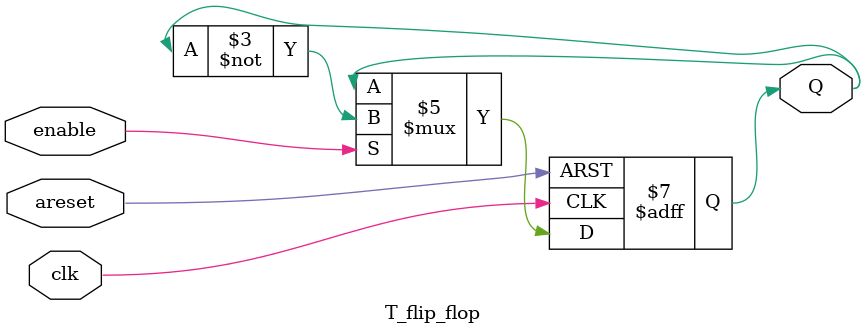
<source format=v>
module T_flip_flop(
	input enable, clk, areset,
	output reg Q);

	always @(posedge clk, negedge areset)
		if (!areset) Q <= 1'b0;
		else if (enable) Q <= ~Q;
		else Q <= Q;
	
endmodule

</source>
